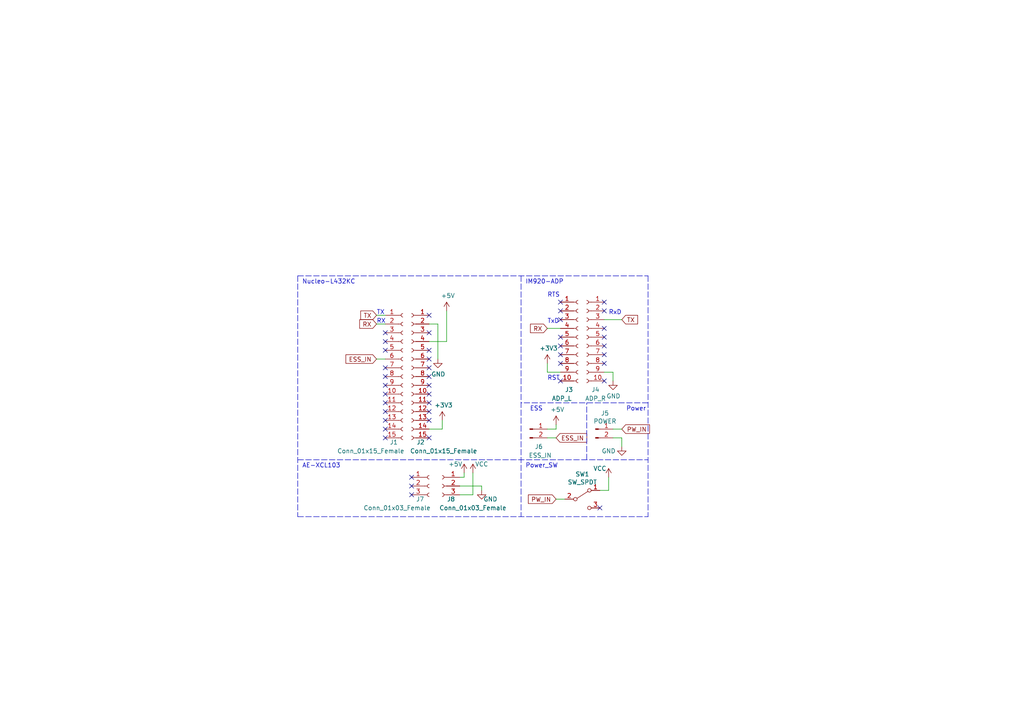
<source format=kicad_sch>
(kicad_sch (version 20211123) (generator eeschema)
  (paper "A4")
  (lib_symbols
    (symbol "Connector:Conn_01x03_Female" (pin_names (offset 1.016) hide)
      (property "Reference" "J" (at 0 5.08 0))
      (property "Value" "Conn_01x03_Female" (at 0 -5.08 0))
      (symbol "Conn_01x03_Female_1_1"
        (arc (start 0 -2.032) (mid -0.508 -2.54) (end 0 -3.048) (stroke (width 0.1524)))
        (polyline (pts (xy -1.27 -2.54) (xy -0.508 -2.54)) (stroke (width 0.1524)))
        (polyline (pts (xy -1.27 0) (xy -0.508 0)) (stroke (width 0.1524)))
        (polyline (pts (xy -1.27 2.54) (xy -0.508 2.54)) (stroke (width 0.1524)))
        (arc (start 0 0.508) (mid -0.508 0) (end 0 -0.508) (stroke (width 0.1524)))
        (arc (start 0 3.048) (mid -0.508 2.54) (end 0 2.032) (stroke (width 0.1524)))
        (pin passive line (at -5.08 2.54 0) (length 3.81) (name "Pin_1") (number "1"))
        (pin passive line (at -5.08 0 0) (length 3.81) (name "Pin_2") (number "2"))
        (pin passive line (at -5.08 -2.54 0) (length 3.81) (name "Pin_3") (number "3"))
      )
    )
    (symbol "Connector:Conn_01x15_Female" (pin_names (offset 1.016) hide)
      (property "Reference" "J" (at 0 20.32 0))
      (property "Value" "Conn_01x15_Female" (at 0 -20.32 0))
      (symbol "Conn_01x15_Female_1_1"
        (arc (start 0 -17.272) (mid -0.508 -17.78) (end 0 -18.288) (stroke (width 0.1524)))
        (arc (start 0 -14.732) (mid -0.508 -15.24) (end 0 -15.748) (stroke (width 0.1524)))
        (arc (start 0 -12.192) (mid -0.508 -12.7) (end 0 -13.208) (stroke (width 0.1524)))
        (arc (start 0 -9.652) (mid -0.508 -10.16) (end 0 -10.668) (stroke (width 0.1524)))
        (arc (start 0 -7.112) (mid -0.508 -7.62) (end 0 -8.128) (stroke (width 0.1524)))
        (arc (start 0 -4.572) (mid -0.508 -5.08) (end 0 -5.588) (stroke (width 0.1524)))
        (arc (start 0 -2.032) (mid -0.508 -2.54) (end 0 -3.048) (stroke (width 0.1524)))
        (polyline (pts (xy -1.27 -17.78) (xy -0.508 -17.78)) (stroke (width 0.1524)))
        (polyline (pts (xy -1.27 -15.24) (xy -0.508 -15.24)) (stroke (width 0.1524)))
        (polyline (pts (xy -1.27 -12.7) (xy -0.508 -12.7)) (stroke (width 0.1524)))
        (polyline (pts (xy -1.27 -10.16) (xy -0.508 -10.16)) (stroke (width 0.1524)))
        (polyline (pts (xy -1.27 -7.62) (xy -0.508 -7.62)) (stroke (width 0.1524)))
        (polyline (pts (xy -1.27 -5.08) (xy -0.508 -5.08)) (stroke (width 0.1524)))
        (polyline (pts (xy -1.27 -2.54) (xy -0.508 -2.54)) (stroke (width 0.1524)))
        (polyline (pts (xy -1.27 0) (xy -0.508 0)) (stroke (width 0.1524)))
        (polyline (pts (xy -1.27 2.54) (xy -0.508 2.54)) (stroke (width 0.1524)))
        (polyline (pts (xy -1.27 5.08) (xy -0.508 5.08)) (stroke (width 0.1524)))
        (polyline (pts (xy -1.27 7.62) (xy -0.508 7.62)) (stroke (width 0.1524)))
        (polyline (pts (xy -1.27 10.16) (xy -0.508 10.16)) (stroke (width 0.1524)))
        (polyline (pts (xy -1.27 12.7) (xy -0.508 12.7)) (stroke (width 0.1524)))
        (polyline (pts (xy -1.27 15.24) (xy -0.508 15.24)) (stroke (width 0.1524)))
        (polyline (pts (xy -1.27 17.78) (xy -0.508 17.78)) (stroke (width 0.1524)))
        (arc (start 0 0.508) (mid -0.508 0) (end 0 -0.508) (stroke (width 0.1524)))
        (arc (start 0 3.048) (mid -0.508 2.54) (end 0 2.032) (stroke (width 0.1524)))
        (arc (start 0 5.588) (mid -0.508 5.08) (end 0 4.572) (stroke (width 0.1524)))
        (arc (start 0 8.128) (mid -0.508 7.62) (end 0 7.112) (stroke (width 0.1524)))
        (arc (start 0 10.668) (mid -0.508 10.16) (end 0 9.652) (stroke (width 0.1524)))
        (arc (start 0 13.208) (mid -0.508 12.7) (end 0 12.192) (stroke (width 0.1524)))
        (arc (start 0 15.748) (mid -0.508 15.24) (end 0 14.732) (stroke (width 0.1524)))
        (arc (start 0 18.288) (mid -0.508 17.78) (end 0 17.272) (stroke (width 0.1524)))
        (pin passive line (at -5.08 17.78 0) (length 3.81) (name "Pin_1") (number "1"))
        (pin passive line (at -5.08 -5.08 0) (length 3.81) (name "Pin_10") (number "10"))
        (pin passive line (at -5.08 -7.62 0) (length 3.81) (name "Pin_11") (number "11"))
        (pin passive line (at -5.08 -10.16 0) (length 3.81) (name "Pin_12") (number "12"))
        (pin passive line (at -5.08 -12.7 0) (length 3.81) (name "Pin_13") (number "13"))
        (pin passive line (at -5.08 -15.24 0) (length 3.81) (name "Pin_14") (number "14"))
        (pin passive line (at -5.08 -17.78 0) (length 3.81) (name "Pin_15") (number "15"))
        (pin passive line (at -5.08 15.24 0) (length 3.81) (name "Pin_2") (number "2"))
        (pin passive line (at -5.08 12.7 0) (length 3.81) (name "Pin_3") (number "3"))
        (pin passive line (at -5.08 10.16 0) (length 3.81) (name "Pin_4") (number "4"))
        (pin passive line (at -5.08 7.62 0) (length 3.81) (name "Pin_5") (number "5"))
        (pin passive line (at -5.08 5.08 0) (length 3.81) (name "Pin_6") (number "6"))
        (pin passive line (at -5.08 2.54 0) (length 3.81) (name "Pin_7") (number "7"))
        (pin passive line (at -5.08 0 0) (length 3.81) (name "Pin_8") (number "8"))
        (pin passive line (at -5.08 -2.54 0) (length 3.81) (name "Pin_9") (number "9"))
      )
    )
    (symbol "Transmitter-rescue:+3.3V-power" (power) (pin_names (offset 0))
      (property "Value" "+3.3V-power" (at 0 3.556 0))
      (symbol "+3.3V-power_0_1"
        (polyline (pts (xy -0.762 1.27) (xy 0 2.54)))
        (polyline (pts (xy 0 0) (xy 0 2.54)))
        (polyline (pts (xy 0 2.54) (xy 0.762 1.27)))
      )
      (symbol "+3.3V-power_1_1"
        (pin power_in line (at 0 0 90) (length 0) hide (name "+3V3") (number "1"))
      )
    )
    (symbol "Transmitter-rescue:Conn_01x02_Male-Connector-Transmitter-rescue-Transmitter-rescue-Transmitter-rescue-Transmitter-rescue" (pin_names (offset 1.016) hide)
      (property "Reference" "J" (at 0 2.54 0))
      (property "Value" "Conn_01x02_Male-Connector-Transmitter-rescue-Transmitter-rescue-Transmitter-rescue-Transmitter-rescue" (at 0 -5.08 0))
      (symbol "Conn_01x02_Male-Connector-Transmitter-rescue-Transmitter-rescue-Transmitter-rescue-Transmitter-rescue_1_1"
        (polyline (pts (xy 1.27 -2.54) (xy 0.8636 -2.54)) (stroke (width 0.1524)))
        (polyline (pts (xy 1.27 0) (xy 0.8636 0)) (stroke (width 0.1524)))
        (rectangle (start 0.8636 -2.413) (end 0 -2.667) (stroke (width 0.1524)) (fill (type outline)))
        (rectangle (start 0.8636 0.127) (end 0 -0.127) (stroke (width 0.1524)) (fill (type outline)))
        (pin passive line (at 5.08 0 180) (length 3.81) (name "Pin_1") (number "1"))
        (pin passive line (at 5.08 -2.54 180) (length 3.81) (name "Pin_2") (number "2"))
      )
    )
    (symbol "Transmitter-rescue:Conn_01x10_Female-Connector-Transmitter-rescue-Transmitter-rescue-Transmitter-rescue-Transmitter-rescue" (pin_names (offset 1.016) hide)
      (property "Reference" "J" (at 0 12.7 0))
      (property "Value" "Conn_01x10_Female-Connector-Transmitter-rescue-Transmitter-rescue-Transmitter-rescue-Transmitter-rescue" (at 0 -15.24 0))
      (symbol "Conn_01x10_Female-Connector-Transmitter-rescue-Transmitter-rescue-Transmitter-rescue-Transmitter-rescue_1_1"
        (arc (start 0 -12.192) (mid -0.508 -12.7) (end 0 -13.208) (stroke (width 0.1524)))
        (arc (start 0 -9.652) (mid -0.508 -10.16) (end 0 -10.668) (stroke (width 0.1524)))
        (arc (start 0 -7.112) (mid -0.508 -7.62) (end 0 -8.128) (stroke (width 0.1524)))
        (arc (start 0 -4.572) (mid -0.508 -5.08) (end 0 -5.588) (stroke (width 0.1524)))
        (arc (start 0 -2.032) (mid -0.508 -2.54) (end 0 -3.048) (stroke (width 0.1524)))
        (polyline (pts (xy -1.27 -12.7) (xy -0.508 -12.7)) (stroke (width 0.1524)))
        (polyline (pts (xy -1.27 -10.16) (xy -0.508 -10.16)) (stroke (width 0.1524)))
        (polyline (pts (xy -1.27 -7.62) (xy -0.508 -7.62)) (stroke (width 0.1524)))
        (polyline (pts (xy -1.27 -5.08) (xy -0.508 -5.08)) (stroke (width 0.1524)))
        (polyline (pts (xy -1.27 -2.54) (xy -0.508 -2.54)) (stroke (width 0.1524)))
        (polyline (pts (xy -1.27 0) (xy -0.508 0)) (stroke (width 0.1524)))
        (polyline (pts (xy -1.27 2.54) (xy -0.508 2.54)) (stroke (width 0.1524)))
        (polyline (pts (xy -1.27 5.08) (xy -0.508 5.08)) (stroke (width 0.1524)))
        (polyline (pts (xy -1.27 7.62) (xy -0.508 7.62)) (stroke (width 0.1524)))
        (polyline (pts (xy -1.27 10.16) (xy -0.508 10.16)) (stroke (width 0.1524)))
        (arc (start 0 0.508) (mid -0.508 0) (end 0 -0.508) (stroke (width 0.1524)))
        (arc (start 0 3.048) (mid -0.508 2.54) (end 0 2.032) (stroke (width 0.1524)))
        (arc (start 0 5.588) (mid -0.508 5.08) (end 0 4.572) (stroke (width 0.1524)))
        (arc (start 0 8.128) (mid -0.508 7.62) (end 0 7.112) (stroke (width 0.1524)))
        (arc (start 0 10.668) (mid -0.508 10.16) (end 0 9.652) (stroke (width 0.1524)))
        (pin passive line (at -5.08 10.16 0) (length 3.81) (name "Pin_1") (number "1"))
        (pin passive line (at -5.08 -12.7 0) (length 3.81) (name "Pin_10") (number "10"))
        (pin passive line (at -5.08 7.62 0) (length 3.81) (name "Pin_2") (number "2"))
        (pin passive line (at -5.08 5.08 0) (length 3.81) (name "Pin_3") (number "3"))
        (pin passive line (at -5.08 2.54 0) (length 3.81) (name "Pin_4") (number "4"))
        (pin passive line (at -5.08 0 0) (length 3.81) (name "Pin_5") (number "5"))
        (pin passive line (at -5.08 -2.54 0) (length 3.81) (name "Pin_6") (number "6"))
        (pin passive line (at -5.08 -5.08 0) (length 3.81) (name "Pin_7") (number "7"))
        (pin passive line (at -5.08 -7.62 0) (length 3.81) (name "Pin_8") (number "8"))
        (pin passive line (at -5.08 -10.16 0) (length 3.81) (name "Pin_9") (number "9"))
      )
    )
    (symbol "Transmitter-rescue:GND-power-Transmitter-rescue-Transmitter-rescue-Transmitter-rescue-Transmitter-rescue" (power) (pin_names (offset 0))
      (property "Value" "GND-power-Transmitter-rescue-Transmitter-rescue-Transmitter-rescue-Transmitter-rescue" (at 0 -3.81 0))
      (symbol "GND-power-Transmitter-rescue-Transmitter-rescue-Transmitter-rescue-Transmitter-rescue_0_1"
        (polyline (pts (xy 0 0) (xy 0 -1.27) (xy 1.27 -1.27) (xy 0 -2.54) (xy -1.27 -1.27) (xy 0 -1.27)))
      )
      (symbol "GND-power-Transmitter-rescue-Transmitter-rescue-Transmitter-rescue-Transmitter-rescue_1_1"
        (pin power_in line (at 0 0 270) (length 0) hide (name "GND") (number "1"))
      )
    )
    (symbol "Transmitter-rescue:SW_SPDT-Switch-Transmitter-rescue-Transmitter-rescue-Transmitter-rescue-Transmitter-rescue" (pin_names (offset 0) hide)
      (property "Reference" "SW" (at 0 4.318 0))
      (property "Value" "SW_SPDT-Switch-Transmitter-rescue-Transmitter-rescue-Transmitter-rescue-Transmitter-rescue" (at 0 -5.08 0))
      (symbol "SW_SPDT-Switch-Transmitter-rescue-Transmitter-rescue-Transmitter-rescue-Transmitter-rescue_0_0"
        (circle (center -2.032 0) (radius 0.508))
        (circle (center 2.032 -2.54) (radius 0.508))
      )
      (symbol "SW_SPDT-Switch-Transmitter-rescue-Transmitter-rescue-Transmitter-rescue-Transmitter-rescue_0_1"
        (polyline (pts (xy -1.524 0.254) (xy 1.651 2.286)))
        (circle (center 2.032 2.54) (radius 0.508))
      )
      (symbol "SW_SPDT-Switch-Transmitter-rescue-Transmitter-rescue-Transmitter-rescue-Transmitter-rescue_1_1"
        (pin passive line (at 5.08 2.54 180) (length 2.54) (name "A") (number "1"))
        (pin passive line (at -5.08 0 0) (length 2.54) (name "B") (number "2"))
        (pin passive line (at 5.08 -2.54 180) (length 2.54) (name "C") (number "3"))
      )
    )
    (symbol "power:+5V" (power) (pin_names (offset 0))
      (property "Value" "+5V" (at 0 3.556 0))
      (symbol "+5V_0_1"
        (polyline (pts (xy -0.762 1.27) (xy 0 2.54)))
        (polyline (pts (xy 0 0) (xy 0 2.54)))
        (polyline (pts (xy 0 2.54) (xy 0.762 1.27)))
      )
      (symbol "+5V_1_1"
        (pin power_in line (at 0 0 90) (length 0) hide (name "+5V") (number "1"))
      )
    )
    (symbol "power:GND" (power) (pin_names (offset 0))
      (property "Value" "GND" (at 0 -3.81 0))
      (symbol "GND_0_1"
        (polyline (pts (xy 0 0) (xy 0 -1.27) (xy 1.27 -1.27) (xy 0 -2.54) (xy -1.27 -1.27) (xy 0 -1.27)))
      )
      (symbol "GND_1_1"
        (pin power_in line (at 0 0 270) (length 0) hide (name "GND") (number "1"))
      )
    )
    (symbol "power:VCC" (power) (pin_names (offset 0))
      (property "Value" "VCC" (at 0 3.81 0))
      (symbol "VCC_0_1"
        (polyline (pts (xy -0.762 1.27) (xy 0 2.54)))
        (polyline (pts (xy 0 0) (xy 0 2.54)))
        (polyline (pts (xy 0 2.54) (xy 0.762 1.27)))
      )
      (symbol "VCC_1_1"
        (pin power_in line (at 0 0 90) (length 0) hide (name "VCC") (number "1"))
      )
    )
  )
  (no_connect (at 124.46 121.92))
  (no_connect (at 162.56 110.49))
  (no_connect (at 124.46 111.76))
  (no_connect (at 111.76 96.52))
  (no_connect (at 111.76 114.3))
  (no_connect (at 124.46 116.84))
  (no_connect (at 111.76 124.46))
  (no_connect (at 175.26 97.79))
  (no_connect (at 175.26 87.63))
  (no_connect (at 124.46 109.22))
  (no_connect (at 162.56 100.33))
  (no_connect (at 162.56 105.41))
  (no_connect (at 111.76 127))
  (no_connect (at 162.56 92.71))
  (no_connect (at 124.46 106.68))
  (no_connect (at 162.56 97.79))
  (no_connect (at 111.76 106.68))
  (no_connect (at 173.99 147.32))
  (no_connect (at 175.26 110.49))
  (no_connect (at 175.26 105.41))
  (no_connect (at 124.46 101.6))
  (no_connect (at 175.26 102.87))
  (no_connect (at 162.56 102.87))
  (no_connect (at 111.76 101.6))
  (no_connect (at 124.46 119.38))
  (no_connect (at 175.26 95.25))
  (no_connect (at 175.26 100.33))
  (no_connect (at 119.38 140.97))
  (no_connect (at 162.56 87.63))
  (no_connect (at 124.46 114.3))
  (no_connect (at 111.76 121.92))
  (no_connect (at 119.38 138.43))
  (no_connect (at 111.76 109.22))
  (no_connect (at 111.76 111.76))
  (no_connect (at 124.46 127))
  (no_connect (at 111.76 119.38))
  (no_connect (at 111.76 116.84))
  (no_connect (at 175.26 90.17))
  (no_connect (at 124.46 96.52))
  (no_connect (at 124.46 104.14))
  (no_connect (at 119.38 143.51))
  (no_connect (at 162.56 90.17))
  (no_connect (at 111.76 99.06))
  (no_connect (at 124.46 91.44))
  (wire (pts (xy 109.22 104.14) (xy 111.76 104.14)))
  (wire (pts (xy 162.56 107.95) (xy 158.75 107.95)))
  (polyline (pts (xy 86.36 149.86) (xy 187.96 149.86)))
  (wire (pts (xy 127 93.98) (xy 127 104.14)))
  (wire (pts (xy 158.75 127) (xy 161.29 127)))
  (polyline (pts (xy 86.36 80.01) (xy 86.36 149.86)))
  (polyline (pts (xy 86.36 133.35) (xy 187.96 133.35)))
  (wire (pts (xy 129.54 99.06) (xy 129.54 90.17)))
  (polyline (pts (xy 170.18 133.35) (xy 170.18 116.84)))
  (wire (pts (xy 134.62 138.43) (xy 134.62 137.16)))
  (polyline (pts (xy 187.96 80.01) (xy 187.96 149.86)))
  (polyline (pts (xy 86.36 80.01) (xy 187.96 80.01)))
  (wire (pts (xy 175.26 107.95) (xy 177.8 107.95)))
  (polyline (pts (xy 187.96 116.84) (xy 151.13 116.84)))
  (wire (pts (xy 177.8 124.46) (xy 180.34 124.46)))
  (wire (pts (xy 111.76 91.44) (xy 109.22 91.44)))
  (wire (pts (xy 177.8 127) (xy 180.34 127)))
  (wire (pts (xy 175.26 92.71) (xy 180.34 92.71)))
  (wire (pts (xy 109.22 93.98) (xy 111.76 93.98)))
  (wire (pts (xy 158.75 124.46) (xy 161.29 124.46)))
  (wire (pts (xy 124.46 124.46) (xy 128.27 124.46)))
  (wire (pts (xy 124.46 99.06) (xy 129.54 99.06)))
  (wire (pts (xy 180.34 127) (xy 180.34 129.54)))
  (wire (pts (xy 158.75 107.95) (xy 158.75 105.41)))
  (wire (pts (xy 124.46 93.98) (xy 127 93.98)))
  (wire (pts (xy 133.35 138.43) (xy 134.62 138.43)))
  (wire (pts (xy 177.8 107.95) (xy 177.8 110.49)))
  (wire (pts (xy 128.27 124.46) (xy 128.27 121.92)))
  (wire (pts (xy 173.99 142.24) (xy 176.53 142.24)))
  (wire (pts (xy 176.53 142.24) (xy 176.53 138.43)))
  (wire (pts (xy 162.56 95.25) (xy 158.75 95.25)))
  (wire (pts (xy 161.29 124.46) (xy 161.29 123.19)))
  (wire (pts (xy 137.16 137.16) (xy 137.16 143.51)))
  (wire (pts (xy 161.29 144.78) (xy 163.83 144.78)))
  (wire (pts (xy 139.7 140.97) (xy 139.7 142.24)))
  (wire (pts (xy 133.35 140.97) (xy 139.7 140.97)))
  (polyline (pts (xy 151.13 80.01) (xy 151.13 149.86)))
  (wire (pts (xy 137.16 143.51) (xy 133.35 143.51)))
  (text "AE-XCL103" (at 87.63 135.89 0) (effects (font (size 1.27 1.27)) (justify left bottom)))
  (text "RST" (at 158.75 110.49 0) (effects (font (size 1.27 1.27)) (justify left bottom)))
  (text "ESS" (at 153.67 119.38 0) (effects (font (size 1.27 1.27)) (justify left bottom)))
  (text "Power_SW" (at 152.4 135.89 0) (effects (font (size 1.27 1.27)) (justify left bottom)))
  (text "Power" (at 181.61 119.38 0) (effects (font (size 1.27 1.27)) (justify left bottom)))
  (text "IM920-ADP" (at 152.4 82.55 0) (effects (font (size 1.27 1.27)) (justify left bottom)))
  (text "Nucleo-L432KC" (at 87.63 82.55 0) (effects (font (size 1.27 1.27)) (justify left bottom)))
  (text "TxD" (at 158.75 93.98 0) (effects (font (size 1.27 1.27)) (justify left bottom)))
  (text "RX" (at 109.22 93.98 0) (effects (font (size 1.27 1.27)) (justify left bottom)))
  (text "TX" (at 109.22 91.44 0) (effects (font (size 1.27 1.27)) (justify left bottom)))
  (text "RTS" (at 158.75 86.36 0) (effects (font (size 1.27 1.27)) (justify left bottom)))
  (text "RxD" (at 176.53 91.44 0) (effects (font (size 1.27 1.27)) (justify left bottom)))
  (global_label "ESS_IN" (shape input) (at 161.29 127 0) (property "Intersheet References" "${INTERSHEET_REFS}" (effects hide)))
  (global_label "RX" (shape input) (at 158.75 95.25 180) (property "Intersheet References" "${INTERSHEET_REFS}" (effects hide)))
  (global_label "PW_IN" (shape input) (at 161.29 144.78 180) (property "Intersheet References" "${INTERSHEET_REFS}" (effects hide)))
  (global_label "PW_IN" (shape input) (at 180.34 124.46 0) (property "Intersheet References" "${INTERSHEET_REFS}" (effects hide)))
  (global_label "RX" (shape input) (at 109.22 93.98 180) (property "Intersheet References" "${INTERSHEET_REFS}" (effects hide)))
  (global_label "TX" (shape input) (at 180.34 92.71 0) (property "Intersheet References" "${INTERSHEET_REFS}" (effects hide)))
  (global_label "TX" (shape input) (at 109.22 91.44 180) (property "Intersheet References" "${INTERSHEET_REFS}" (effects hide)))
  (global_label "ESS_IN" (shape input) (at 109.22 104.14 180) (property "Intersheet References" "${INTERSHEET_REFS}" (effects hide)))
  (symbol (lib_id "Transmitter-rescue:Conn_01x10_Female-Connector-Transmitter-rescue-Transmitter-rescue-Transmitter-rescue-Transmitter-rescue") (at 167.64 97.79 0) (unit 1)
    (property "Reference" "J3" (at 163.83 113.03 0) (effects (justify left)))
    (property "Value" "ADP_L" (at 160.02 115.57 0) (effects (justify left)))
    (property "Footprint" "Connector_PinSocket_2.54mm:PinSocket_1x10_P2.54mm_Vertical" (effects hide))
  )
  (symbol (lib_id "Transmitter-rescue:Conn_01x10_Female-Connector-Transmitter-rescue-Transmitter-rescue-Transmitter-rescue-Transmitter-rescue") (at 170.18 97.79 0) (mirror y) (unit 1)
    (property "Reference" "J4" (at 172.72 113.03 0))
    (property "Value" "ADP_R" (at 172.72 115.57 0))
    (property "Footprint" "Connector_PinSocket_2.54mm:PinSocket_1x10_P2.54mm_Vertical" (effects hide))
  )
  (symbol (lib_id "Transmitter-rescue:Conn_01x02_Male-Connector-Transmitter-rescue-Transmitter-rescue-Transmitter-rescue-Transmitter-rescue") (at 153.67 124.46 0) (unit 1)
    (property "Reference" "J6" (at 157.48 129.54 0) (effects (justify right)))
    (property "Value" "ESS_IN" (at 160.02 132.08 0) (effects (justify right)))
    (property "Footprint" "Connector_JST:JST_XH_S2B-XH-A_1x02_P2.50mm_Horizontal" (effects hide))
  )
  (symbol (lib_id "Transmitter-rescue:SW_SPDT-Switch-Transmitter-rescue-Transmitter-rescue-Transmitter-rescue-Transmitter-rescue") (at 168.91 144.78 0) (unit 1)
    (property "Reference" "SW1" (at 168.91 137.541 0))
    (property "Value" "SW_SPDT" (at 168.91 139.8524 0))
    (property "Footprint" "Button_Switch_THT:SW_Push_1P2T_Vertical_E-Switch_800UDP8P1A1M6" (effects hide))
  )
  (symbol (lib_id "Transmitter-rescue:Conn_01x02_Male-Connector-Transmitter-rescue-Transmitter-rescue-Transmitter-rescue-Transmitter-rescue") (at 172.72 124.46 0) (unit 1)
    (property "Reference" "J5" (at 175.4632 119.8626 0))
    (property "Value" "POWER" (at 175.4632 122.174 0))
    (property "Footprint" "Connector_JST:JST_XH_B2B-XH-A_1x02_P2.50mm_Vertical" (effects hide))
  )
  (symbol (lib_id "Transmitter-rescue:GND-power-Transmitter-rescue-Transmitter-rescue-Transmitter-rescue-Transmitter-rescue") (at 180.34 129.54 0) (unit 1)
    (property "Reference" "#PWR02" (effects hide))
    (property "Value" "GND" (at 176.53 130.81 0))
  )
  (symbol (lib_id "power:GND") (at 177.8 110.49 0) (unit 1)
    (property "Reference" "#PWR0101" (effects hide))
    (property "Value" "GND" (at 177.927 114.8842 0))
  )
  (symbol (lib_id "Transmitter-rescue:+3.3V-power") (at 158.75 105.41 0) (unit 1)
    (property "Reference" "#PWR0102" (effects hide))
    (property "Value" "+3.3V" (at 159.131 101.0158 0))
  )
  (symbol (lib_id "power:+5V") (at 161.29 123.19 0) (unit 1)
    (property "Reference" "#PWR0106" (effects hide))
    (property "Value" "+5V" (at 161.671 118.7958 0))
  )
  (symbol (lib_id "power:VCC") (at 176.53 138.43 0) (unit 1)
    (property "Reference" "#PWR08" (effects hide))
    (property "Value" "VCC" (at 173.99 135.89 0))
  )
  (symbol (lib_id "Connector:Conn_01x03_Female") (at 124.46 140.97 0) (unit 1)
    (property "Reference" "J7" (at 120.65 144.78 0) (effects (justify left)))
    (property "Value" "Conn_01x03_Female" (at 105.41 147.32 0) (effects (justify left)))
    (property "Footprint" "Connector_PinSocket_2.54mm:PinSocket_1x03_P2.54mm_Vertical" (effects hide))
  )
  (symbol (lib_id "Connector:Conn_01x03_Female") (at 128.27 140.97 0) (mirror y) (unit 1)
    (property "Reference" "J8" (at 130.81 144.78 0))
    (property "Value" "Conn_01x03_Female" (at 137.16 147.32 0))
    (property "Footprint" "Connector_PinSocket_2.54mm:PinSocket_1x03_P2.54mm_Vertical" (effects hide))
  )
  (symbol (lib_id "power:+5V") (at 134.62 137.16 0) (unit 1)
    (property "Reference" "#PWR05" (effects hide))
    (property "Value" "+5V" (at 132.08 134.62 0))
  )
  (symbol (lib_id "power:GND") (at 139.7 142.24 0) (unit 1)
    (property "Reference" "#PWR07" (effects hide))
    (property "Value" "GND" (at 142.24 144.78 0))
  )
  (symbol (lib_id "Connector:Conn_01x15_Female") (at 116.84 109.22 0) (unit 1)
    (property "Reference" "J1" (at 113.03 128.27 0) (effects (justify left)))
    (property "Value" "Conn_01x15_Female" (at 97.79 130.81 0) (effects (justify left)))
    (property "Footprint" "Connector_PinSocket_2.54mm:PinSocket_1x15_P2.54mm_Vertical" (effects hide))
  )
  (symbol (lib_id "power:VCC") (at 137.16 137.16 0) (unit 1)
    (property "Reference" "#PWR06" (effects hide))
    (property "Value" "VCC" (at 139.7 134.62 0))
  )
  (symbol (lib_id "Connector:Conn_01x15_Female") (at 119.38 109.22 0) (mirror y) (unit 1)
    (property "Reference" "J2" (at 123.19 128.27 0) (effects (justify left)))
    (property "Value" "Conn_01x15_Female" (at 138.43 130.81 0) (effects (justify left)))
    (property "Footprint" "Connector_PinSocket_2.54mm:PinSocket_1x15_P2.54mm_Vertical" (effects hide))
  )
  (symbol (lib_id "power:+5V") (at 129.54 90.17 0) (unit 1)
    (property "Reference" "#PWR04" (effects hide))
    (property "Value" "+5V" (at 129.921 85.7758 0))
  )
  (symbol (lib_id "power:GND") (at 127 104.14 0) (unit 1)
    (property "Reference" "#PWR01" (effects hide))
    (property "Value" "GND" (at 127.127 108.5342 0))
  )
  (symbol (lib_id "Transmitter-rescue:+3.3V-power") (at 128.27 121.92 0) (unit 1)
    (property "Reference" "#PWR03" (effects hide))
    (property "Value" "+3.3V" (at 128.651 117.5258 0))
  )
)
</source>
